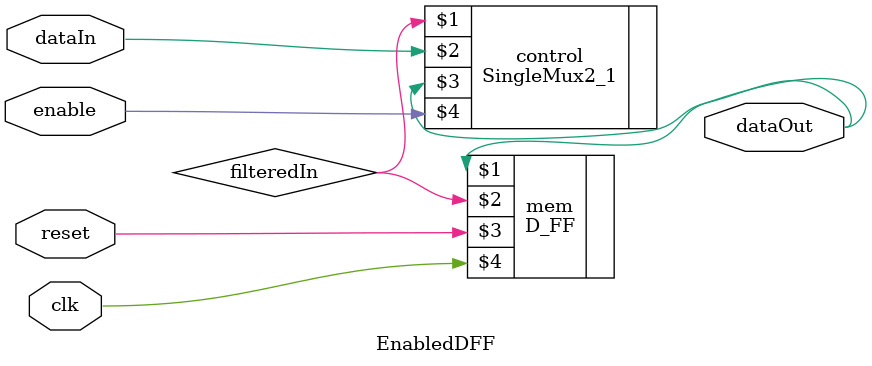
<source format=sv>
module EnabledDFF(enable, reset, clk, dataIn, dataOut);
	input enable, reset, clk, dataIn;
	output dataOut;
	
	wire filteredIn;
	
	SingleMux2_1 control (filteredIn, dataIn, dataOut, enable);
	
	D_FF mem (dataOut, filteredIn, reset, clk);
	
endmodule
</source>
